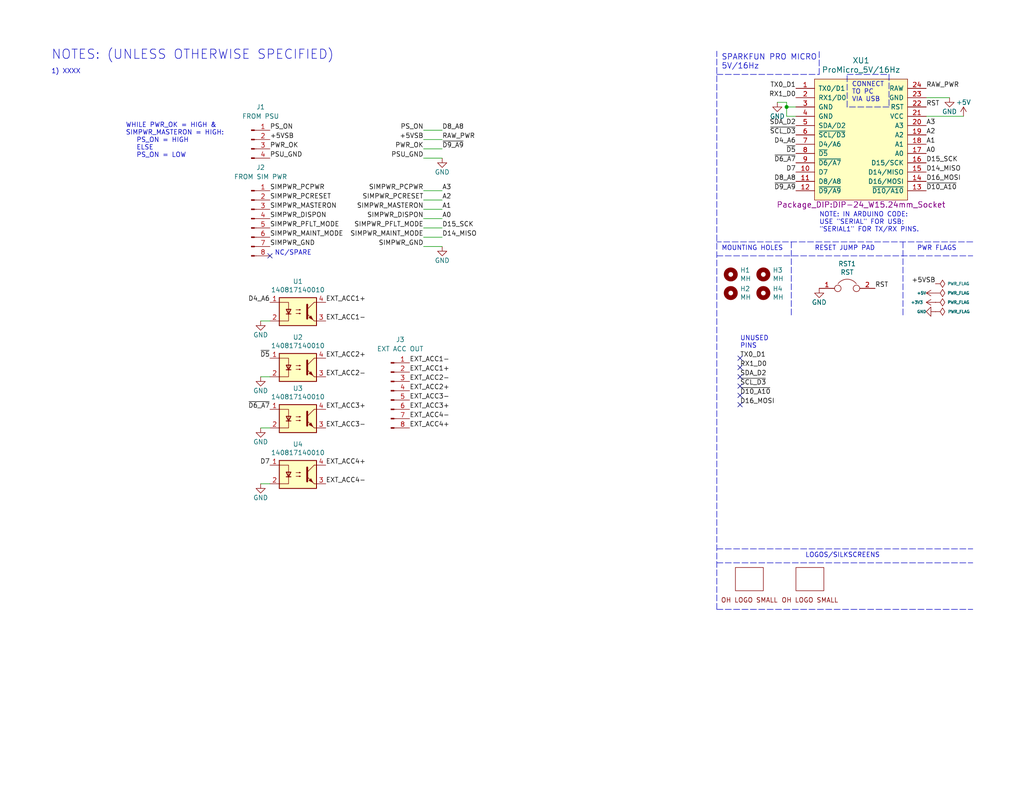
<source format=kicad_sch>
(kicad_sch (version 20211123) (generator eeschema)
  (paper "A")
  (title_block (title "ABSIS Pit Management System") (date "2023-02-10") (rev "1") (company "www.openhornet.com") (comment 1 "License:  CC BY-NC-SA"))
  (lib_symbols
    (symbol "ABSIS_PMS-rescue:Jumper-Device" (pin_names (offset 0.762) hide)
      (property "Reference" "JP" (at 0 3.81 0))
      (property "Value" "Jumper-Device" (at 0 -2.032 0))
      (symbol "Jumper-Device_0_1"
        (circle (center -2.54 0) (radius 0.889))
        (arc (start 2.5146 1.27) (mid 0.0078 2.5097) (end -2.4892 1.27))
        (circle (center 2.54 0) (radius 0.889))
        (pin passive line (at -7.62 0 0) (length 4.191) (name "1") (number "1"))
        (pin passive line (at 7.62 0 180) (length 4.191) (name "2") (number "2"))
      )
    )
    (symbol "Connector:Conn_01x04_Male" (pin_names (offset 1.016) hide)
      (property "Reference" "J" (at 0 5.08 0))
      (property "Value" "Conn_01x04_Male" (at 0 -7.62 0))
      (symbol "Conn_01x04_Male_1_1"
        (polyline (pts (xy 1.27 -5.08) (xy 0.8636 -5.08)) (stroke (width 0.1524)))
        (polyline (pts (xy 1.27 -2.54) (xy 0.8636 -2.54)) (stroke (width 0.1524)))
        (polyline (pts (xy 1.27 0) (xy 0.8636 0)) (stroke (width 0.1524)))
        (polyline (pts (xy 1.27 2.54) (xy 0.8636 2.54)) (stroke (width 0.1524)))
        (rectangle (start 0.8636 -4.953) (end 0 -5.207) (stroke (width 0.1524)) (fill (type outline)))
        (rectangle (start 0.8636 -2.413) (end 0 -2.667) (stroke (width 0.1524)) (fill (type outline)))
        (rectangle (start 0.8636 0.127) (end 0 -0.127) (stroke (width 0.1524)) (fill (type outline)))
        (rectangle (start 0.8636 2.667) (end 0 2.413) (stroke (width 0.1524)) (fill (type outline)))
        (pin passive line (at 5.08 2.54 180) (length 3.81) (name "Pin_1") (number "1"))
        (pin passive line (at 5.08 0 180) (length 3.81) (name "Pin_2") (number "2"))
        (pin passive line (at 5.08 -2.54 180) (length 3.81) (name "Pin_3") (number "3"))
        (pin passive line (at 5.08 -5.08 180) (length 3.81) (name "Pin_4") (number "4"))
      )
    )
    (symbol "Connector:Conn_01x08_Male" (pin_names (offset 1.016) hide)
      (property "Reference" "J" (at 0 10.16 0))
      (property "Value" "Conn_01x08_Male" (at 0 -12.7 0))
      (symbol "Conn_01x08_Male_1_1"
        (polyline (pts (xy 1.27 -10.16) (xy 0.8636 -10.16)) (stroke (width 0.1524)))
        (polyline (pts (xy 1.27 -7.62) (xy 0.8636 -7.62)) (stroke (width 0.1524)))
        (polyline (pts (xy 1.27 -5.08) (xy 0.8636 -5.08)) (stroke (width 0.1524)))
        (polyline (pts (xy 1.27 -2.54) (xy 0.8636 -2.54)) (stroke (width 0.1524)))
        (polyline (pts (xy 1.27 0) (xy 0.8636 0)) (stroke (width 0.1524)))
        (polyline (pts (xy 1.27 2.54) (xy 0.8636 2.54)) (stroke (width 0.1524)))
        (polyline (pts (xy 1.27 5.08) (xy 0.8636 5.08)) (stroke (width 0.1524)))
        (polyline (pts (xy 1.27 7.62) (xy 0.8636 7.62)) (stroke (width 0.1524)))
        (rectangle (start 0.8636 -10.033) (end 0 -10.287) (stroke (width 0.1524)) (fill (type outline)))
        (rectangle (start 0.8636 -7.493) (end 0 -7.747) (stroke (width 0.1524)) (fill (type outline)))
        (rectangle (start 0.8636 -4.953) (end 0 -5.207) (stroke (width 0.1524)) (fill (type outline)))
        (rectangle (start 0.8636 -2.413) (end 0 -2.667) (stroke (width 0.1524)) (fill (type outline)))
        (rectangle (start 0.8636 0.127) (end 0 -0.127) (stroke (width 0.1524)) (fill (type outline)))
        (rectangle (start 0.8636 2.667) (end 0 2.413) (stroke (width 0.1524)) (fill (type outline)))
        (rectangle (start 0.8636 5.207) (end 0 4.953) (stroke (width 0.1524)) (fill (type outline)))
        (rectangle (start 0.8636 7.747) (end 0 7.493) (stroke (width 0.1524)) (fill (type outline)))
        (pin passive line (at 5.08 7.62 180) (length 3.81) (name "Pin_1") (number "1"))
        (pin passive line (at 5.08 5.08 180) (length 3.81) (name "Pin_2") (number "2"))
        (pin passive line (at 5.08 2.54 180) (length 3.81) (name "Pin_3") (number "3"))
        (pin passive line (at 5.08 0 180) (length 3.81) (name "Pin_4") (number "4"))
        (pin passive line (at 5.08 -2.54 180) (length 3.81) (name "Pin_5") (number "5"))
        (pin passive line (at 5.08 -5.08 180) (length 3.81) (name "Pin_6") (number "6"))
        (pin passive line (at 5.08 -7.62 180) (length 3.81) (name "Pin_7") (number "7"))
        (pin passive line (at 5.08 -10.16 180) (length 3.81) (name "Pin_8") (number "8"))
      )
    )
    (symbol "Isolator:PC817" (pin_names (offset 1.016))
      (property "Reference" "U" (at -5.08 5.08 0))
      (property "Value" "PC817" (at 0 5.08 0))
      (symbol "PC817_0_1"
        (rectangle (start -5.08 3.81) (end 5.08 -3.81) (stroke (width 0.254)) (fill (type background)))
        (polyline (pts (xy -3.175 -0.635) (xy -1.905 -0.635)) (stroke (width 0.254)))
        (polyline (pts (xy 2.54 0.635) (xy 4.445 2.54)))
        (polyline (pts (xy 4.445 -2.54) (xy 2.54 -0.635)) (fill (type outline)))
        (polyline (pts (xy 4.445 -2.54) (xy 5.08 -2.54)))
        (polyline (pts (xy 4.445 2.54) (xy 5.08 2.54)))
        (polyline (pts (xy -5.08 2.54) (xy -2.54 2.54) (xy -2.54 -0.635)))
        (polyline (pts (xy -2.54 -0.635) (xy -2.54 -2.54) (xy -5.08 -2.54)))
        (polyline (pts (xy 2.54 1.905) (xy 2.54 -1.905) (xy 2.54 -1.905)) (stroke (width 0.508)))
        (polyline (pts (xy -2.54 -0.635) (xy -3.175 0.635) (xy -1.905 0.635) (xy -2.54 -0.635)) (stroke (width 0.254)))
        (polyline (pts (xy -0.508 -0.508) (xy 0.762 -0.508) (xy 0.381 -0.635) (xy 0.381 -0.381) (xy 0.762 -0.508)))
        (polyline (pts (xy -0.508 0.508) (xy 0.762 0.508) (xy 0.381 0.381) (xy 0.381 0.635) (xy 0.762 0.508)))
        (polyline (pts (xy 3.048 -1.651) (xy 3.556 -1.143) (xy 4.064 -2.159) (xy 3.048 -1.651) (xy 3.048 -1.651)) (fill (type outline)))
      )
      (symbol "PC817_1_1"
        (pin passive line (at -7.62 2.54 0) (length 2.54) (name "~") (number "1"))
        (pin passive line (at -7.62 -2.54 0) (length 2.54) (name "~") (number "2"))
        (pin passive line (at 7.62 -2.54 180) (length 2.54) (name "~") (number "3"))
        (pin passive line (at 7.62 2.54 180) (length 2.54) (name "~") (number "4"))
      )
    )
    (symbol "KiCadCustomLib:OpenHornetLogoSmall" (pin_numbers hide) (pin_names (offset 0) hide)
      (symbol "OpenHornetLogoSmall_0_0"
        (text "OH LOGO SMALL" (at 0 2.54 0) (effects (font (size 1.27 1.27))))
      )
      (symbol "OpenHornetLogoSmall_0_1"
        (rectangle (start 3.81 5.08) (end -3.81 11.43))
      )
    )
    (symbol "KiCadCustomLib:ProMicro" (pin_names (offset 1.016))
      (property "Reference" "U" (at 0 24.13 0))
      (property "Value" "ProMicro" (at 0 -13.97 0))
      (symbol "ProMicro_0_1"
        (rectangle (start -12.7 21.59) (end 12.7 -11.43) (fill (type background)))
      )
      (symbol "ProMicro_1_1"
        (pin bidirectional line (at -17.78 19.05 0) (length 5.08) (name "TX0/D1") (number "1"))
        (pin bidirectional line (at -17.78 -3.81 0) (length 5.08) (name "D7") (number "10"))
        (pin bidirectional line (at -17.78 -6.35 0) (length 5.08) (name "D8/A8") (number "11"))
        (pin bidirectional line (at -17.78 -8.89 0) (length 5.08) (name "~{D9/A9}") (number "12"))
        (pin bidirectional line (at 17.78 -8.89 180) (length 5.08) (name "~{D10/A10}") (number "13"))
        (pin bidirectional line (at 17.78 -6.35 180) (length 5.08) (name "D16/MOSI") (number "14"))
        (pin bidirectional line (at 17.78 -3.81 180) (length 5.08) (name "D14/MISO") (number "15"))
        (pin bidirectional line (at 17.78 -1.27 180) (length 5.08) (name "D15/SCK") (number "16"))
        (pin bidirectional line (at 17.78 1.27 180) (length 5.08) (name "A0") (number "17"))
        (pin bidirectional line (at 17.78 3.81 180) (length 5.08) (name "A1") (number "18"))
        (pin bidirectional line (at 17.78 6.35 180) (length 5.08) (name "A2") (number "19"))
        (pin bidirectional line (at -17.78 16.51 0) (length 5.08) (name "RX1/D0") (number "2"))
        (pin bidirectional line (at 17.78 8.89 180) (length 5.08) (name "A3") (number "20"))
        (pin power_in line (at 17.78 11.43 180) (length 5.08) (name "VCC") (number "21"))
        (pin input line (at 17.78 13.97 180) (length 5.08) (name "RST") (number "22"))
        (pin power_in line (at 17.78 16.51 180) (length 5.08) (name "GND") (number "23"))
        (pin power_out line (at 17.78 19.05 180) (length 5.08) (name "RAW") (number "24"))
        (pin power_in line (at -17.78 13.97 0) (length 5.08) (name "GND") (number "3"))
        (pin power_in line (at -17.78 11.43 0) (length 5.08) (name "GND") (number "4"))
        (pin bidirectional line (at -17.78 8.89 0) (length 5.08) (name "SDA/D2") (number "5"))
        (pin bidirectional line (at -17.78 6.35 0) (length 5.08) (name "~{SCL/D3}") (number "6"))
        (pin bidirectional line (at -17.78 3.81 0) (length 5.08) (name "D4/A6") (number "7"))
        (pin bidirectional line (at -17.78 1.27 0) (length 5.08) (name "~{D5}") (number "8"))
        (pin bidirectional line (at -17.78 -1.27 0) (length 5.08) (name "~{D6/A7}") (number "9"))
      )
    )
    (symbol "Mechanical:MountingHole" (pin_names (offset 1.016))
      (property "Reference" "H" (at 0 5.08 0))
      (property "Value" "MountingHole" (at 0 3.175 0))
      (symbol "MountingHole_0_1"
        (circle (center 0 0) (radius 1.27) (stroke (width 1.27)))
      )
    )
    (symbol "power:+3V3" (power) (pin_names (offset 0))
      (property "Value" "+3V3" (at 0 3.556 0))
      (symbol "+3V3_0_1"
        (polyline (pts (xy -0.762 1.27) (xy 0 2.54)))
        (polyline (pts (xy 0 0) (xy 0 2.54)))
        (polyline (pts (xy 0 2.54) (xy 0.762 1.27)))
      )
      (symbol "+3V3_1_1"
        (pin power_in line (at 0 0 90) (length 0) hide (name "+3V3") (number "1"))
      )
    )
    (symbol "power:+5V" (power) (pin_names (offset 0))
      (property "Value" "+5V" (at 0 3.556 0))
      (symbol "+5V_0_1"
        (polyline (pts (xy -0.762 1.27) (xy 0 2.54)))
        (polyline (pts (xy 0 0) (xy 0 2.54)))
        (polyline (pts (xy 0 2.54) (xy 0.762 1.27)))
      )
      (symbol "+5V_1_1"
        (pin power_in line (at 0 0 90) (length 0) hide (name "+5V") (number "1"))
      )
    )
    (symbol "power:GND" (power) (pin_names (offset 0))
      (property "Value" "GND" (at 0 -3.81 0))
      (symbol "GND_0_1"
        (polyline (pts (xy 0 0) (xy 0 -1.27) (xy 1.27 -1.27) (xy 0 -2.54) (xy -1.27 -1.27) (xy 0 -1.27)))
      )
      (symbol "GND_1_1"
        (pin power_in line (at 0 0 270) (length 0) hide (name "GND") (number "1"))
      )
    )
    (symbol "power:PWR_FLAG" (power) (pin_numbers hide) (pin_names (offset 0) hide)
      (property "Value" "PWR_FLAG" (at 0 3.81 0))
      (symbol "PWR_FLAG_0_0"
        (pin power_out line (at 0 0 90) (length 0) (name "pwr") (number "1"))
      )
      (symbol "PWR_FLAG_0_1"
        (polyline (pts (xy 0 0) (xy 0 1.27) (xy -1.016 1.905) (xy 0 2.54) (xy 1.016 1.905) (xy 0 1.27)))
      )
    )
  )
  (junction (at 214.63 29.21))
  (no_connect (at 201.93 105.41))
  (no_connect (at 201.93 110.49))
  (no_connect (at 73.66 69.85))
  (no_connect (at 201.93 107.95))
  (no_connect (at 201.93 100.33))
  (no_connect (at 201.93 102.87))
  (no_connect (at 201.93 97.79))
  (wire (pts (xy 71.12 132.08) (xy 73.66 132.08)))
  (polyline (pts (xy 195.58 149.86) (xy 265.43 149.86)))
  (wire (pts (xy 217.17 29.21) (xy 214.63 29.21)))
  (wire (pts (xy 115.57 40.64) (xy 120.65 40.64)))
  (wire (pts (xy 259.08 26.67) (xy 252.73 26.67)))
  (wire (pts (xy 71.12 116.84) (xy 73.66 116.84)))
  (wire (pts (xy 252.73 31.75) (xy 262.89 31.75)))
  (wire (pts (xy 214.63 31.75) (xy 214.63 29.21)))
  (polyline (pts (xy 242.57 29.21) (xy 231.14 29.21)))
  (wire (pts (xy 71.12 87.63) (xy 73.66 87.63)))
  (polyline (pts (xy 231.14 20.32) (xy 242.57 20.32)))
  (wire (pts (xy 115.57 59.69) (xy 120.65 59.69)))
  (wire (pts (xy 120.65 43.18) (xy 115.57 43.18)))
  (polyline (pts (xy 231.14 29.21) (xy 231.14 20.32)))
  (wire (pts (xy 115.57 52.07) (xy 120.65 52.07)))
  (wire (pts (xy 120.65 67.31) (xy 115.57 67.31)))
  (polyline (pts (xy 215.9 66.04) (xy 215.9 86.36)))
  (polyline (pts (xy 195.58 20.32) (xy 223.52 20.32)))
  (wire (pts (xy 120.65 38.1) (xy 115.57 38.1)))
  (wire (pts (xy 115.57 54.61) (xy 120.65 54.61)))
  (polyline (pts (xy 246.38 66.04) (xy 246.38 86.36)))
  (polyline (pts (xy 265.43 66.04) (xy 195.58 66.04)))
  (wire (pts (xy 214.63 29.21) (xy 214.63 27.94)))
  (wire (pts (xy 115.57 57.15) (xy 120.65 57.15)))
  (polyline (pts (xy 195.58 166.37) (xy 265.43 166.37)))
  (wire (pts (xy 115.57 64.77) (xy 120.65 64.77)))
  (polyline (pts (xy 223.52 20.32) (xy 223.52 13.97)))
  (polyline (pts (xy 195.58 69.85) (xy 265.43 69.85)))
  (wire (pts (xy 214.63 27.94) (xy 212.09 27.94)))
  (polyline (pts (xy 242.57 20.32) (xy 242.57 29.21)))
  (wire (pts (xy 115.57 62.23) (xy 120.65 62.23)))
  (wire (pts (xy 214.63 31.75) (xy 217.17 31.75)))
  (polyline (pts (xy 195.58 166.37) (xy 195.58 13.97)))
  (polyline (pts (xy 195.58 153.67) (xy 265.43 153.67)))
  (wire (pts (xy 71.12 102.87) (xy 73.66 102.87)))
  (wire (pts (xy 115.57 35.56) (xy 120.65 35.56)))
  (text "NC/SPARE" (at 74.93 69.85 0) (effects (font (size 1.27 1.27)) (justify left bottom)))
  (text "RESET JUMP PAD" (at 222.25 68.58 0) (effects (font (size 1.27 1.27)) (justify left bottom)))
  (text "PWR FLAGS" (at 250.19 68.58 0) (effects (font (size 1.27 1.27)) (justify left bottom)))
  (text "NOTE: IN ARDUINO CODE: \nUSE \"SERIAL\" FOR USB; \n\"SERIAL1\" FOR TX/RX PINS." (at 223.52 63.5 0) (effects (font (size 1.27 1.27)) (justify left bottom)))
  (text "SPARKFUN PRO MICRO \n5V/16Hz" (at 196.85 19.05 0) (effects (font (size 1.524 1.524)) (justify left bottom)))
  (text "NOTES: (UNLESS OTHERWISE SPECIFIED)" (at 13.97 16.51 0) (effects (font (size 2.54 2.54)) (justify left bottom)))
  (text "LOGOS/SILKSCREENS" (at 219.71 152.4 0) (effects (font (size 1.27 1.27)) (justify left bottom)))
  (text "1) XXXX" (at 13.97 20.32 0) (effects (font (size 1.27 1.27)) (justify left bottom)))
  (text "MOUNTING HOLES" (at 196.85 68.58 0) (effects (font (size 1.27 1.27)) (justify left bottom)))
  (text "UNUSED\nPINS" (at 201.93 95.25 0) (effects (font (size 1.27 1.27)) (justify left bottom)))
  (text "CONNECT \nTO PC \nVIA USB" (at 232.41 27.94 0) (effects (font (size 1.27 1.27)) (justify left bottom)))
  (text "WHILE PWR_OK = HIGH & \nSIMPWR_MASTERON = HIGH: \n   PS_ON = HIGH\n   ELSE \n   PS_ON = LOW" (at 34.29 43.18 0) (effects (font (size 1.27 1.27)) (justify left bottom)))
  (label "SIMPWR_GND" (at 115.57 67.31 180))
  (label "+5VSB" (at 115.57 38.1 180))
  (label "SIMPWR_MASTERON" (at 73.66 57.15 0))
  (label "EXT_ACC2+" (at 111.76 106.68 0))
  (label "~{SCL_D3}" (at 217.17 36.83 180))
  (label "D4_A6" (at 217.17 39.37 180))
  (label "SIMPWR_PCPWR" (at 73.66 52.07 0))
  (label "TX0_D1" (at 201.93 97.79 0))
  (label "A3" (at 252.73 34.29 0))
  (label "PWR_OK" (at 115.57 40.64 180))
  (label "A1" (at 120.65 57.15 0))
  (label "D16_MOSI" (at 201.93 110.49 0))
  (label "EXT_ACC4+" (at 111.76 116.84 0))
  (label "~{D9_A9}" (at 120.65 40.64 0))
  (label "EXT_ACC3+" (at 88.9 111.76 0))
  (label "EXT_ACC3+" (at 111.76 111.76 0))
  (label "TX0_D1" (at 217.17 24.13 180))
  (label "RX1_D0" (at 201.93 100.33 0))
  (label "SIMPWR_GND" (at 73.66 67.31 0))
  (label "SDA_D2" (at 201.93 102.87 0))
  (label "PSU_GND" (at 73.66 43.18 0))
  (label "A0" (at 252.73 41.91 0))
  (label "SDA_D2" (at 217.17 34.29 180))
  (label "D8_A8" (at 217.17 49.53 180))
  (label "~{D6_A7}" (at 73.66 111.76 180))
  (label "PWR_OK" (at 73.66 40.64 0))
  (label "EXT_ACC4+" (at 88.9 127 0))
  (label "EXT_ACC4-" (at 88.9 132.08 0))
  (label "D7" (at 73.66 127 180))
  (label "SIMPWR_PCRESET" (at 73.66 54.61 0))
  (label "D14_MISO" (at 252.73 46.99 0))
  (label "EXT_ACC2+" (at 88.9 97.79 0))
  (label "~{D10_A10}" (at 201.93 107.95 0))
  (label "D15_SCK" (at 120.65 62.23 0))
  (label "D15_SCK" (at 252.73 44.45 0))
  (label "A0" (at 120.65 59.69 0))
  (label "PS_ON" (at 115.57 35.56 180))
  (label "~{D10_A10}" (at 252.73 52.07 0))
  (label "EXT_ACC2-" (at 88.9 102.87 0))
  (label "~{D6_A7}" (at 217.17 44.45 180))
  (label "EXT_ACC1+" (at 111.76 101.6 0))
  (label "+5VSB" (at 73.66 38.1 0))
  (label "SIMPWR_MAINT_MODE" (at 115.57 64.77 180))
  (label "PS_ON" (at 73.66 35.56 0))
  (label "EXT_ACC1+" (at 88.9 82.55 0))
  (label "SIMPWR_DISPON" (at 115.57 59.69 180))
  (label "EXT_ACC3-" (at 111.76 109.22 0))
  (label "RST" (at 252.73 29.21 0))
  (label "D14_MISO" (at 120.65 64.77 0))
  (label "D16_MOSI" (at 252.73 49.53 0))
  (label "EXT_ACC4-" (at 111.76 114.3 0))
  (label "RAW_PWR" (at 120.65 38.1 0))
  (label "EXT_ACC1-" (at 111.76 99.06 0))
  (label "SIMPWR_MAINT_MODE" (at 73.66 64.77 0))
  (label "RAW_PWR" (at 252.73 24.13 0))
  (label "SIMPWR_MASTERON" (at 115.57 57.15 180))
  (label "D7" (at 217.17 46.99 180))
  (label "D4_A6" (at 73.66 82.55 180))
  (label "EXT_ACC3-" (at 88.9 116.84 0))
  (label "RST" (at 238.76 78.74 0))
  (label "~{SCL_D3}" (at 201.93 105.41 0))
  (label "RX1_D0" (at 217.17 26.67 180))
  (label "PSU_GND" (at 115.57 43.18 180))
  (label "EXT_ACC1-" (at 88.9 87.63 0))
  (label "SIMPWR_PCPWR" (at 115.57 52.07 180))
  (label "SIMPWR_DISPON" (at 73.66 59.69 0))
  (label "SIMPWR_PFLT_MODE" (at 115.57 62.23 180))
  (label "+5VSB" (at 255.27 77.47 180))
  (label "A3" (at 120.65 52.07 0))
  (label "D8_A8" (at 120.65 35.56 0))
  (label "~{D5}" (at 73.66 97.79 180))
  (label "SIMPWR_PCRESET" (at 115.57 54.61 180))
  (label "SIMPWR_PFLT_MODE" (at 73.66 62.23 0))
  (label "A2" (at 252.73 36.83 0))
  (label "~{D9_A9}" (at 217.17 52.07 180))
  (label "A1" (at 252.73 39.37 0))
  (label "EXT_ACC2-" (at 111.76 104.14 0))
  (label "A2" (at 120.65 54.61 0))
  (label "~{D5}" (at 217.17 41.91 180))
  (symbol (lib_id "power:GND") (at 255.27 85.09 270) (unit 1)
    (property "Reference" "#PWR0103" (effects hide))
    (property "Value" "GND" (at 251.46 85.09 90) (effects (font (size 0.7874 0.7874))))
  )
  (symbol (lib_id "KiCadCustomLib:ProMicro") (at 234.95 43.18 0) (unit 1)
    (property "Reference" "XU1" (at 234.95 16.51 0) (effects (font (size 1.524 1.524))))
    (property "Value" "ProMicro_5V/16Hz" (at 234.95 19.05 0) (effects (font (size 1.524 1.524))))
    (property "Footprint" "Package_DIP:DIP-24_W15.24mm_Socket" (at 234.95 55.88 0) (effects (font (size 1.524 1.524))))
    (property "Datasheet" "https://datasheet.lcsc.com/lcsc/1810271810_CONNFLY-Elec-DS1009-24AT1WX-0A2_C72120.pdf" (effects hide))
    (property "LCSC" "C72120" (effects hide))
    (property "PN" "DEV-12640" (effects hide))
  )
  (symbol (lib_id "power:+5V") (at 262.89 31.75 0) (unit 1)
    (property "Reference" "#PWR045" (effects hide))
    (property "Value" "+5V" (at 262.89 27.94 0))
  )
  (symbol (lib_id "power:GND") (at 259.08 26.67 0) (unit 1)
    (property "Reference" "#PWR042" (effects hide))
    (property "Value" "GND" (at 259.08 30.48 0))
  )
  (symbol (lib_id "power:GND") (at 212.09 27.94 0) (unit 1)
    (property "Reference" "#PWR025" (effects hide))
    (property "Value" "GND" (at 212.09 31.75 0))
  )
  (symbol (lib_id "KiCadCustomLib:OpenHornetLogoSmall") (at 220.98 166.37 0) (unit 1)
    (property "Reference" "LOGO2" (effects hide))
    (property "Value" "OpenHornetLogoSmall" (effects hide))
    (property "Footprint" "KiCAD Libraries:OH_LOGO_ONLY_11x6mm" (effects hide))
    (property "LCSC" "N/A" (effects hide))
    (property "PN" "N/A" (effects hide))
  )
  (symbol (lib_id "Mechanical:MountingHole") (at 199.39 80.01 0) (unit 1)
    (property "Reference" "H2" (at 201.93 78.8416 0) (effects (justify left)))
    (property "Value" "MH" (at 201.93 81.153 0) (effects (justify left)))
    (property "Footprint" "MountingHole:MountingHole_3.2mm_M3_DIN965" (effects hide))
    (property "LCSC" "N/A" (effects hide))
    (property "PN" "N/A" (effects hide))
  )
  (symbol (lib_id "power:+5V") (at 255.27 80.01 90) (unit 1)
    (property "Reference" "#PWR0101" (effects hide))
    (property "Value" "+5V" (at 251.46 80.01 90) (effects (font (size 0.7874 0.7874))))
  )
  (symbol (lib_id "power:PWR_FLAG") (at 255.27 85.09 270) (unit 1)
    (property "Reference" "#FLG0104" (effects hide))
    (property "Value" "PWR_FLAG" (at 261.62 85.09 90) (effects (font (size 0.7874 0.7874))))
  )
  (symbol (lib_id "ABSIS_PMS-rescue:Jumper-Device") (at 231.14 78.74 0) (unit 1)
    (property "Reference" "RST1" (at 231.14 72.0344 0))
    (property "Value" "RST" (at 231.14 74.3458 0))
    (property "Footprint" "Jumper:SolderJumper-2_P1.3mm_Open_RoundedPad1.0x1.5mm" (effects hide))
  )
  (symbol (lib_id "power:GND") (at 223.52 78.74 0) (unit 1)
    (property "Reference" "#PWR0108" (effects hide))
    (property "Value" "GND" (at 223.52 82.55 0))
  )
  (symbol (lib_id "power:+3V3") (at 255.27 82.55 90) (unit 1)
    (property "Reference" "#PWR0102" (effects hide))
    (property "Value" "+3.3V" (at 250.19 82.55 90) (effects (font (size 0.7874 0.7874))))
  )
  (symbol (lib_id "power:PWR_FLAG") (at 255.27 82.55 270) (unit 1)
    (property "Reference" "#FLG0101" (effects hide))
    (property "Value" "PWR_FLAG" (at 258.5212 82.55 90) (effects (font (size 0.7874 0.7874)) (justify left)))
  )
  (symbol (lib_id "power:PWR_FLAG") (at 255.27 80.01 270) (unit 1)
    (property "Reference" "#FLG0102" (effects hide))
    (property "Value" "PWR_FLAG" (at 258.5212 80.01 90) (effects (font (size 0.7874 0.7874)) (justify left)))
  )
  (symbol (lib_id "power:PWR_FLAG") (at 255.27 77.47 270) (unit 1)
    (property "Reference" "#FLG0103" (effects hide))
    (property "Value" "PWR_FLAG" (at 258.5212 77.47 90) (effects (font (size 0.7874 0.7874)) (justify left)))
  )
  (symbol (lib_id "Mechanical:MountingHole") (at 199.39 74.93 0) (unit 1)
    (property "Reference" "H1" (at 201.93 73.7616 0) (effects (justify left)))
    (property "Value" "MH" (at 201.93 76.073 0) (effects (justify left)))
    (property "Footprint" "MountingHole:MountingHole_3.2mm_M3_DIN965" (effects hide))
    (property "LCSC" "N/A" (effects hide))
    (property "PN" "N/A" (effects hide))
  )
  (symbol (lib_id "Mechanical:MountingHole") (at 208.28 74.93 0) (unit 1)
    (property "Reference" "H3" (at 210.82 73.7616 0) (effects (justify left)))
    (property "Value" "MH" (at 210.82 76.073 0) (effects (justify left)))
    (property "Footprint" "MountingHole:MountingHole_3.2mm_M3_DIN965" (effects hide))
    (property "LCSC" "N/A" (effects hide))
    (property "PN" "N/A" (effects hide))
  )
  (symbol (lib_id "Mechanical:MountingHole") (at 208.28 80.01 0) (unit 1)
    (property "Reference" "H4" (at 210.82 78.8416 0) (effects (justify left)))
    (property "Value" "MH" (at 210.82 81.153 0) (effects (justify left)))
    (property "Footprint" "MountingHole:MountingHole_3.2mm_M3_DIN965" (effects hide))
    (property "LCSC" "N/A" (effects hide))
    (property "PN" "N/A" (effects hide))
  )
  (symbol (lib_id "KiCadCustomLib:OpenHornetLogoSmall") (at 204.47 166.37 0) (unit 1)
    (property "Reference" "LOGO1" (effects hide))
    (property "Value" "OpenHornetLogoSmall" (effects hide))
    (property "Footprint" "KiCAD Libraries:OH_LOGO_ONLY_11x6mm" (effects hide))
    (property "LCSC" "N/A" (effects hide))
    (property "PN" "N/A" (effects hide))
  )
  (symbol (lib_id "Connector:Conn_01x04_Male") (at 68.58 38.1 0) (unit 1)
    (property "Reference" "J1" (at 71.12 29.21 0))
    (property "Value" "FROM PSU" (at 71.12 31.75 0))
    (property "Footprint" "Connector_PinHeader_2.54mm:PinHeader_1x04_P2.54mm_Vertical" (effects hide))
  )
  (symbol (lib_id "Connector:Conn_01x08_Male") (at 68.58 59.69 0) (unit 1)
    (property "Reference" "J2" (at 71.12 45.72 0))
    (property "Value" "FROM SIM PWR" (at 71.12 48.26 0))
    (property "Footprint" "Connector_PinHeader_2.54mm:PinHeader_2x04_P2.54mm_Vertical" (effects hide))
  )
  (symbol (lib_id "Isolator:PC817") (at 81.28 85.09 0) (unit 1)
    (property "Reference" "U1" (at 81.28 76.835 0))
    (property "Value" "140817140010" (at 81.28 79.1464 0))
    (property "Footprint" "Package_DIP:DIP-4_W7.62mm" (effects hide))
    (property "Datasheet" "http://www.soselectronic.cz/a_info/resource/d/pc817.pdf" (effects hide))
  )
  (symbol (lib_id "power:GND") (at 71.12 87.63 0) (unit 1)
    (property "Reference" "#PWR03" (effects hide))
    (property "Value" "GND" (at 71.12 91.44 0))
  )
  (symbol (lib_id "Isolator:PC817") (at 81.28 100.33 0) (unit 1)
    (property "Reference" "U2" (at 81.28 92.075 0))
    (property "Value" "140817140010" (at 81.28 94.3864 0))
    (property "Footprint" "Package_DIP:DIP-4_W7.62mm" (effects hide))
    (property "Datasheet" "http://www.soselectronic.cz/a_info/resource/d/pc817.pdf" (effects hide))
  )
  (symbol (lib_id "power:GND") (at 71.12 102.87 0) (unit 1)
    (property "Reference" "#PWR04" (effects hide))
    (property "Value" "GND" (at 71.12 106.68 0))
  )
  (symbol (lib_id "Isolator:PC817") (at 81.28 114.3 0) (unit 1)
    (property "Reference" "U3" (at 81.28 106.045 0))
    (property "Value" "140817140010" (at 81.28 108.3564 0))
    (property "Footprint" "Package_DIP:DIP-4_W7.62mm" (effects hide))
    (property "Datasheet" "http://www.soselectronic.cz/a_info/resource/d/pc817.pdf" (effects hide))
  )
  (symbol (lib_id "power:GND") (at 71.12 116.84 0) (unit 1)
    (property "Reference" "#PWR05" (effects hide))
    (property "Value" "GND" (at 71.12 120.65 0))
  )
  (symbol (lib_id "Isolator:PC817") (at 81.28 129.54 0) (unit 1)
    (property "Reference" "U4" (at 81.28 121.285 0))
    (property "Value" "140817140010" (at 81.28 123.5964 0))
    (property "Footprint" "Package_DIP:DIP-4_W7.62mm" (effects hide))
    (property "Datasheet" "http://www.soselectronic.cz/a_info/resource/d/pc817.pdf" (effects hide))
  )
  (symbol (lib_id "power:GND") (at 71.12 132.08 0) (unit 1)
    (property "Reference" "#PWR06" (effects hide))
    (property "Value" "GND" (at 71.12 135.89 0))
  )
  (symbol (lib_id "power:GND") (at 120.65 67.31 0) (unit 1)
    (property "Reference" "#PWR02" (effects hide))
    (property "Value" "GND" (at 120.65 71.12 0))
  )
  (symbol (lib_id "power:GND") (at 120.65 43.18 0) (unit 1)
    (property "Reference" "#PWR01" (effects hide))
    (property "Value" "GND" (at 120.65 46.99 0))
  )
  (symbol (lib_id "Connector:Conn_01x08_Male") (at 106.68 106.68 0) (unit 1)
    (property "Reference" "J3" (at 109.22 92.71 0))
    (property "Value" "EXT ACC OUT" (at 109.22 95.25 0))
    (property "Footprint" "Connector_Molex:Molex_Mini-Fit_Jr_5566-08A2_2x04_P4.20mm_Vertical" (effects hide))
  )
)
</source>
